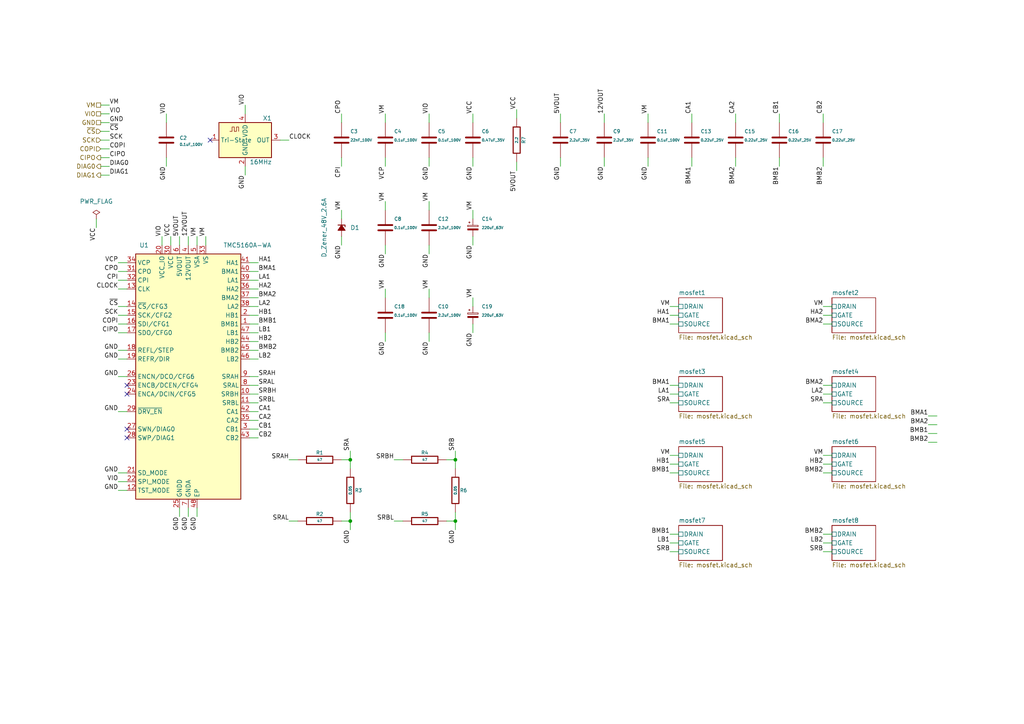
<source format=kicad_sch>
(kicad_sch (version 20230121) (generator eeschema)
  (paper "A4")
  (title_block (title "mouse-joystick-pcb") (date "2024-07-27") (rev "1.0") (company "Peter Polidoro"))
  (lib_symbols
    (symbol "Janelia:CP_220uF_50V_10.3x10.3mm_Hybrid_Antivib" (pin_numbers hide) (pin_names (offset 0.254) hide)
      (property "Reference" "C" (at 0.254 1.778 0))
      (property "Value" "220uF_63V" (at 0 0 0))
      (symbol "CP_220uF_50V_10.3x10.3mm_Hybrid_Antivib_0_1"
        (rectangle (start -1.524 -0.3048) (end 1.524 -0.6858) (fill (type outline)))
        (rectangle (start -1.524 0.6858) (end 1.524 0.3048))
        (polyline (pts (xy -1.27 1.524) (xy -0.762 1.524)))
        (polyline (pts (xy -1.016 1.27) (xy -1.016 1.778)))
      )
      (symbol "CP_220uF_50V_10.3x10.3mm_Hybrid_Antivib_1_1"
        (pin passive line (at 0 2.54 270) (length 1.8542) (name "~") (number "1"))
        (pin passive line (at 0 -2.54 90) (length 1.8542) (name "~") (number "2"))
      )
    )
    (symbol "Janelia:C_0.1uF_100V_0402" (pin_numbers hide) (pin_names (offset 0.254))
      (property "Reference" "C" (at 0 2.54 0))
      (property "Value" "0.1uF_100V" (at 0 0 0))
      (symbol "C_0.1uF_100V_0402_0_1"
        (polyline (pts (xy -2.032 -0.762) (xy 2.032 -0.762)) (stroke (width 0.508)))
        (polyline (pts (xy -2.032 0.762) (xy 2.032 0.762)) (stroke (width 0.508)))
      )
      (symbol "C_0.1uF_100V_0402_1_1"
        (pin passive line (at 0 5.08 270) (length 4.318) (name "~") (number "1"))
        (pin passive line (at 0 -5.08 90) (length 4.318) (name "~") (number "2"))
      )
    )
    (symbol "Janelia:C_0.22uF_25V_0402" (pin_numbers hide) (pin_names (offset 0.254))
      (property "Reference" "C" (at 0 2.54 0))
      (property "Value" "0.22uF_25V" (at 0 0 0))
      (symbol "C_0.22uF_25V_0402_0_1"
        (polyline (pts (xy -2.032 -0.762) (xy 2.032 -0.762)) (stroke (width 0.508)))
        (polyline (pts (xy -2.032 0.762) (xy 2.032 0.762)) (stroke (width 0.508)))
      )
      (symbol "C_0.22uF_25V_0402_1_1"
        (pin passive line (at 0 5.08 270) (length 4.318) (name "~") (number "1"))
        (pin passive line (at 0 -5.08 90) (length 4.318) (name "~") (number "2"))
      )
    )
    (symbol "Janelia:C_0.47uF_35V_0402" (pin_numbers hide) (pin_names (offset 0.254))
      (property "Reference" "C" (at 0 2.54 0))
      (property "Value" "0.47uF_35V" (at 0 0 0))
      (symbol "C_0.47uF_35V_0402_0_1"
        (polyline (pts (xy -2.032 -0.762) (xy 2.032 -0.762)) (stroke (width 0.508)))
        (polyline (pts (xy -2.032 0.762) (xy 2.032 0.762)) (stroke (width 0.508)))
      )
      (symbol "C_0.47uF_35V_0402_1_1"
        (pin passive line (at 0 5.08 270) (length 4.318) (name "~") (number "1"))
        (pin passive line (at 0 -5.08 90) (length 4.318) (name "~") (number "2"))
      )
    )
    (symbol "Janelia:C_2.2uF_100V_0805" (pin_numbers hide) (pin_names (offset 0.254))
      (property "Reference" "C" (at 0 2.54 0))
      (property "Value" "2.2uF_100V" (at 0 0 0))
      (symbol "C_2.2uF_100V_0805_0_1"
        (polyline (pts (xy -2.032 -0.762) (xy 2.032 -0.762)) (stroke (width 0.508)))
        (polyline (pts (xy -2.032 0.762) (xy 2.032 0.762)) (stroke (width 0.508)))
      )
      (symbol "C_2.2uF_100V_0805_1_1"
        (pin passive line (at 0 5.08 270) (length 4.318) (name "~") (number "1"))
        (pin passive line (at 0 -5.08 90) (length 4.318) (name "~") (number "2"))
      )
    )
    (symbol "Janelia:C_2.2uF_35V_0402" (pin_numbers hide) (pin_names (offset 0.254))
      (property "Reference" "C" (at 0 2.54 0))
      (property "Value" "2.2uF_35V" (at 0 0 0))
      (symbol "C_2.2uF_35V_0402_0_1"
        (polyline (pts (xy -2.032 -0.762) (xy 2.032 -0.762)) (stroke (width 0.508)))
        (polyline (pts (xy -2.032 0.762) (xy 2.032 0.762)) (stroke (width 0.508)))
      )
      (symbol "C_2.2uF_35V_0402_1_1"
        (pin passive line (at 0 5.08 270) (length 4.318) (name "~") (number "1"))
        (pin passive line (at 0 -5.08 90) (length 4.318) (name "~") (number "2"))
      )
    )
    (symbol "Janelia:C_22nF_100V_0603" (pin_numbers hide) (pin_names (offset 0.254))
      (property "Reference" "C" (at 0 2.54 0))
      (property "Value" "22nF_100V" (at 0 0 0))
      (symbol "C_22nF_100V_0603_0_1"
        (polyline (pts (xy -2.032 -0.762) (xy 2.032 -0.762)) (stroke (width 0.508)))
        (polyline (pts (xy -2.032 0.762) (xy 2.032 0.762)) (stroke (width 0.508)))
      )
      (symbol "C_22nF_100V_0603_1_1"
        (pin passive line (at 0 5.08 270) (length 4.318) (name "~") (number "1"))
        (pin passive line (at 0 -5.08 90) (length 4.318) (name "~") (number "2"))
      )
    )
    (symbol "Janelia:D_Zener_48V_2.6A" (pin_numbers hide) (pin_names (offset 0.254) hide)
      (property "Reference" "D" (at 0 2.286 0))
      (property "Value" "D_Zener_48V_2.6A" (at 0 -2.286 0))
      (symbol "D_Zener_48V_2.6A_0_1"
        (polyline (pts (xy 0.762 0) (xy -0.762 0)))
        (polyline (pts (xy -0.254 1.016) (xy -0.762 1.016) (xy -0.762 -1.016)) (stroke (width 0.254)))
        (polyline (pts (xy 0.762 1.016) (xy -0.762 0) (xy 0.762 -1.016) (xy 0.762 1.016)) (stroke (width 0.254)) (fill (type outline)))
      )
      (symbol "D_Zener_48V_2.6A_1_1"
        (pin passive line (at -2.54 0 0) (length 1.778) (name "K") (number "1"))
        (pin passive line (at 2.54 0 180) (length 1.778) (name "A") (number "2"))
      )
    )
    (symbol "Janelia:Oscillator_16MHz_ECS-2520S33"
      (property "Reference" "X" (at -5.08 6.35 0))
      (property "Value" "16MHz" (at 1.27 -6.35 0))
      (symbol "Oscillator_16MHz_ECS-2520S33_0_1"
        (rectangle (start -7.62 5.08) (end 7.62 -5.08) (stroke (width 0.254)) (fill (type background)))
        (polyline (pts (xy -4.445 2.54) (xy -3.81 2.54) (xy -3.81 3.81) (xy -3.175 3.81) (xy -3.175 2.54) (xy -2.54 2.54) (xy -2.54 3.81) (xy -1.905 3.81) (xy -1.905 2.54)))
      )
      (symbol "Oscillator_16MHz_ECS-2520S33_1_1"
        (pin input line (at -10.16 0 0) (length 2.54) (name "Tri-State") (number "1"))
        (pin power_in line (at 0 -7.62 90) (length 2.54) (name "GND") (number "2"))
        (pin output line (at 10.16 0 180) (length 2.54) (name "OUT") (number "3"))
        (pin power_in line (at 0 7.62 270) (length 2.54) (name "VDD") (number "4"))
      )
    )
    (symbol "Janelia:R_0.05_3W_2512_CS" (pin_numbers hide) (pin_names (offset 0))
      (property "Reference" "R" (at 2.032 0 90))
      (property "Value" "0.05" (at 0 0 90))
      (symbol "R_0.05_3W_2512_CS_0_1"
        (rectangle (start -1.016 3.81) (end 1.016 -3.81) (stroke (width 0.3048)))
      )
      (symbol "R_0.05_3W_2512_CS_1_1"
        (pin passive line (at 0 6.35 270) (length 2.54) (name "~") (number "1"))
        (pin passive line (at 0 -6.35 90) (length 2.54) (name "~") (number "2"))
      )
    )
    (symbol "Janelia:R_2.2_0402" (pin_numbers hide) (pin_names (offset 0))
      (property "Reference" "R" (at 2.032 0 90))
      (property "Value" "2.2" (at 0 0 90))
      (symbol "R_2.2_0402_0_1"
        (rectangle (start -1.016 3.81) (end 1.016 -3.81) (stroke (width 0.3048)))
      )
      (symbol "R_2.2_0402_1_1"
        (pin passive line (at 0 6.35 270) (length 2.54) (name "~") (number "1"))
        (pin passive line (at 0 -6.35 90) (length 2.54) (name "~") (number "2"))
      )
    )
    (symbol "Janelia:R_47_0.063W_0402" (pin_numbers hide) (pin_names (offset 0))
      (property "Reference" "R" (at 2.032 0 90))
      (property "Value" "47" (at 0 0 90))
      (symbol "R_47_0.063W_0402_0_1"
        (rectangle (start -1.016 3.81) (end 1.016 -3.81) (stroke (width 0.3048)))
      )
      (symbol "R_47_0.063W_0402_1_1"
        (pin passive line (at 0 6.35 270) (length 2.54) (name "~") (number "1"))
        (pin passive line (at 0 -6.35 90) (length 2.54) (name "~") (number "2"))
      )
    )
    (symbol "Janelia:TMC5160A-WA"
      (property "Reference" "U" (at -11.43 38.1 0))
      (property "Value" "TMC5160A-WA" (at 10.16 38.1 0))
      (symbol "TMC5160A-WA_1_0"
        (rectangle (start -15.24 -35.56) (end 15.24 35.56) (stroke (width 0.254)) (fill (type background)))
      )
      (symbol "TMC5160A-WA_1_1"
        (pin passive line (at 17.78 15.24 180) (length 2.54) (name "BMB1") (number "1"))
        (pin passive line (at 17.78 -5.08 180) (length 2.54) (name "SRBH") (number "10"))
        (pin passive line (at 17.78 -7.62 180) (length 2.54) (name "SRBL") (number "11"))
        (pin input line (at -17.78 -33.02 0) (length 2.54) (name "TST_MODE") (number "12"))
        (pin input line (at -17.78 25.4 0) (length 2.54) (name "CLK") (number "13"))
        (pin input line (at -17.78 20.32 0) (length 2.54) (name "~{CS}/CFG3") (number "14"))
        (pin input line (at -17.78 17.78 0) (length 2.54) (name "SCK/CFG2") (number "15"))
        (pin input line (at -17.78 15.24 0) (length 2.54) (name "SDI/CFG1") (number "16"))
        (pin bidirectional line (at -17.78 12.7 0) (length 2.54) (name "SDO/CFG0") (number "17"))
        (pin input line (at -17.78 7.62 0) (length 2.54) (name "REFL/STEP") (number "18"))
        (pin input line (at -17.78 5.08 0) (length 2.54) (name "REFR/DIR") (number "19"))
        (pin output line (at 17.78 17.78 180) (length 2.54) (name "HB1") (number "2"))
        (pin power_in line (at -7.62 38.1 270) (length 2.54) (name "VCC_IO") (number "20"))
        (pin input line (at -17.78 -27.94 0) (length 2.54) (name "SD_MODE") (number "21"))
        (pin input line (at -17.78 -30.48 0) (length 2.54) (name "SPI_MODE") (number "22"))
        (pin input line (at -17.78 -2.54 0) (length 2.54) (name "ENCB/DCEN/CFG4") (number "23"))
        (pin input line (at -17.78 -5.08 0) (length 2.54) (name "ENCA/DCIN/CFG5") (number "24"))
        (pin power_in line (at -2.54 -38.1 90) (length 2.54) (name "GNDD") (number "25"))
        (pin bidirectional line (at -17.78 0 0) (length 2.54) (name "ENCN/DCO/CFG6") (number "26"))
        (pin bidirectional line (at -17.78 -15.24 0) (length 2.54) (name "SWN/DIAG0") (number "27"))
        (pin bidirectional line (at -17.78 -17.78 0) (length 2.54) (name "SWP/DIAG1") (number "28"))
        (pin input line (at -17.78 -10.16 0) (length 2.54) (name "~{DRV_EN}") (number "29"))
        (pin passive line (at 17.78 -15.24 180) (length 2.54) (name "CB1") (number "3"))
        (pin power_in line (at -5.08 38.1 270) (length 2.54) (name "VCC") (number "30"))
        (pin passive line (at -17.78 30.48 0) (length 2.54) (name "CPO") (number "31"))
        (pin passive line (at -17.78 27.94 0) (length 2.54) (name "CPI") (number "32"))
        (pin power_in line (at 5.08 38.1 270) (length 2.54) (name "VS") (number "33"))
        (pin passive line (at -17.78 33.02 0) (length 2.54) (name "VCP") (number "34"))
        (pin passive line (at 17.78 -12.7 180) (length 2.54) (name "CA2") (number "35"))
        (pin output line (at 17.78 25.4 180) (length 2.54) (name "HA2") (number "36"))
        (pin passive line (at 17.78 22.86 180) (length 2.54) (name "BMA2") (number "37"))
        (pin output line (at 17.78 20.32 180) (length 2.54) (name "LA2") (number "38"))
        (pin output line (at 17.78 27.94 180) (length 2.54) (name "LA1") (number "39"))
        (pin power_out line (at 0 38.1 270) (length 2.54) (name "12VOUT") (number "4"))
        (pin passive line (at 17.78 30.48 180) (length 2.54) (name "BMA1") (number "40"))
        (pin output line (at 17.78 33.02 180) (length 2.54) (name "HA1") (number "41"))
        (pin passive line (at 17.78 -10.16 180) (length 2.54) (name "CA1") (number "42"))
        (pin passive line (at 17.78 -17.78 180) (length 2.54) (name "CB2") (number "43"))
        (pin output line (at 17.78 10.16 180) (length 2.54) (name "HB2") (number "44"))
        (pin passive line (at 17.78 7.62 180) (length 2.54) (name "BMB2") (number "45"))
        (pin output line (at 17.78 5.08 180) (length 2.54) (name "LB2") (number "46"))
        (pin output line (at 17.78 12.7 180) (length 2.54) (name "LB1") (number "47"))
        (pin power_in line (at 2.54 -38.1 90) (length 2.54) (name "EP") (number "48"))
        (pin power_in line (at 2.54 38.1 270) (length 2.54) (name "VSA") (number "5"))
        (pin power_out line (at -2.54 38.1 270) (length 2.54) (name "5VOUT") (number "6"))
        (pin power_in line (at 0 -38.1 90) (length 2.54) (name "GNDA") (number "7"))
        (pin passive line (at 17.78 -2.54 180) (length 2.54) (name "SRAL") (number "8"))
        (pin passive line (at 17.78 0 180) (length 2.54) (name "SRAH") (number "9"))
      )
    )
    (symbol "power:PWR_FLAG" (power) (pin_numbers hide) (pin_names (offset 0) hide)
      (property "Value" "PWR_FLAG" (at 0 3.81 0))
      (symbol "PWR_FLAG_0_0"
        (pin power_out line (at 0 0 90) (length 0) (name "pwr") (number "1"))
      )
      (symbol "PWR_FLAG_0_1"
        (polyline (pts (xy 0 0) (xy 0 1.27) (xy -1.016 1.905) (xy 0 2.54) (xy 1.016 1.905) (xy 0 1.27)))
      )
    )
  )
  (junction (at 101.6 133.35))
  (junction (at 132.08 151.13))
  (junction (at 132.08 133.35))
  (junction (at 101.6 151.13))
  (no_connect (at 36.83 114.3))
  (no_connect (at 60.96 40.64))
  (no_connect (at 36.83 111.76))
  (no_connect (at 36.83 124.46))
  (no_connect (at 36.83 127))
  (wire (pts (xy 194.31 132.08) (xy 196.85 132.08)))
  (wire (pts (xy 72.39 93.98) (xy 74.93 93.98)))
  (wire (pts (xy 238.76 93.98) (xy 241.3 93.98)))
  (wire (pts (xy 59.69 71.12) (xy 59.69 68.58)))
  (wire (pts (xy 101.6 135.89) (xy 101.6 133.35)))
  (wire (pts (xy 238.76 134.62) (xy 241.3 134.62)))
  (wire (pts (xy 72.39 88.9) (xy 74.93 88.9)))
  (wire (pts (xy 72.39 114.3) (xy 74.93 114.3)))
  (wire (pts (xy 124.46 86.36) (xy 124.46 83.82)))
  (wire (pts (xy 54.61 147.32) (xy 54.61 149.86)))
  (wire (pts (xy 194.31 160.02) (xy 196.85 160.02)))
  (wire (pts (xy 194.31 134.62) (xy 196.85 134.62)))
  (wire (pts (xy 111.76 35.56) (xy 111.76 33.02)))
  (wire (pts (xy 29.21 35.56) (xy 31.75 35.56)))
  (wire (pts (xy 137.16 88.9) (xy 137.16 86.36)))
  (wire (pts (xy 72.39 81.28) (xy 74.93 81.28)))
  (wire (pts (xy 194.31 116.84) (xy 196.85 116.84)))
  (wire (pts (xy 194.31 111.76) (xy 196.85 111.76)))
  (wire (pts (xy 29.21 50.8) (xy 31.75 50.8)))
  (wire (pts (xy 36.83 109.22) (xy 34.29 109.22)))
  (wire (pts (xy 111.76 86.36) (xy 111.76 83.82)))
  (wire (pts (xy 124.46 71.12) (xy 124.46 73.66)))
  (wire (pts (xy 238.76 137.16) (xy 241.3 137.16)))
  (wire (pts (xy 101.6 151.13) (xy 101.6 153.67)))
  (wire (pts (xy 124.46 35.56) (xy 124.46 33.02)))
  (wire (pts (xy 269.24 123.19) (xy 271.78 123.19)))
  (wire (pts (xy 111.76 96.52) (xy 111.76 99.06)))
  (wire (pts (xy 27.94 63.5) (xy 27.94 66.04)))
  (wire (pts (xy 194.31 93.98) (xy 196.85 93.98)))
  (wire (pts (xy 175.26 45.72) (xy 175.26 48.26)))
  (wire (pts (xy 29.21 48.26) (xy 31.75 48.26)))
  (wire (pts (xy 72.39 76.2) (xy 74.93 76.2)))
  (wire (pts (xy 72.39 109.22) (xy 74.93 109.22)))
  (wire (pts (xy 129.54 151.13) (xy 132.08 151.13)))
  (wire (pts (xy 99.06 133.35) (xy 101.6 133.35)))
  (wire (pts (xy 162.56 35.56) (xy 162.56 33.02)))
  (wire (pts (xy 29.21 43.18) (xy 31.75 43.18)))
  (wire (pts (xy 36.83 81.28) (xy 34.29 81.28)))
  (wire (pts (xy 238.76 116.84) (xy 241.3 116.84)))
  (wire (pts (xy 52.07 147.32) (xy 52.07 149.86)))
  (wire (pts (xy 36.83 83.82) (xy 34.29 83.82)))
  (wire (pts (xy 162.56 45.72) (xy 162.56 48.26)))
  (wire (pts (xy 194.31 88.9) (xy 196.85 88.9)))
  (wire (pts (xy 46.99 71.12) (xy 46.99 68.58)))
  (wire (pts (xy 132.08 135.89) (xy 132.08 133.35)))
  (wire (pts (xy 54.61 71.12) (xy 54.61 68.58)))
  (wire (pts (xy 36.83 142.24) (xy 34.29 142.24)))
  (wire (pts (xy 29.21 38.1) (xy 31.75 38.1)))
  (wire (pts (xy 72.39 91.44) (xy 74.93 91.44)))
  (wire (pts (xy 99.06 63.5) (xy 99.06 60.96)))
  (wire (pts (xy 71.12 33.02) (xy 71.12 30.48)))
  (wire (pts (xy 132.08 151.13) (xy 132.08 153.67)))
  (wire (pts (xy 194.31 114.3) (xy 196.85 114.3)))
  (wire (pts (xy 36.83 104.14) (xy 34.29 104.14)))
  (wire (pts (xy 36.83 137.16) (xy 34.29 137.16)))
  (wire (pts (xy 101.6 133.35) (xy 101.6 130.81)))
  (wire (pts (xy 132.08 148.59) (xy 132.08 151.13)))
  (wire (pts (xy 72.39 101.6) (xy 74.93 101.6)))
  (wire (pts (xy 72.39 121.92) (xy 74.93 121.92)))
  (wire (pts (xy 72.39 111.76) (xy 74.93 111.76)))
  (wire (pts (xy 238.76 157.48) (xy 241.3 157.48)))
  (wire (pts (xy 129.54 133.35) (xy 132.08 133.35)))
  (wire (pts (xy 101.6 148.59) (xy 101.6 151.13)))
  (wire (pts (xy 72.39 78.74) (xy 74.93 78.74)))
  (wire (pts (xy 81.28 40.64) (xy 83.82 40.64)))
  (wire (pts (xy 48.26 35.56) (xy 48.26 33.02)))
  (wire (pts (xy 71.12 48.26) (xy 71.12 50.8)))
  (wire (pts (xy 99.06 35.56) (xy 99.06 33.02)))
  (wire (pts (xy 213.36 35.56) (xy 213.36 33.02)))
  (wire (pts (xy 238.76 114.3) (xy 241.3 114.3)))
  (wire (pts (xy 36.83 119.38) (xy 34.29 119.38)))
  (wire (pts (xy 132.08 133.35) (xy 132.08 130.81)))
  (wire (pts (xy 72.39 127) (xy 74.93 127)))
  (wire (pts (xy 111.76 60.96) (xy 111.76 58.42)))
  (wire (pts (xy 72.39 119.38) (xy 74.93 119.38)))
  (wire (pts (xy 36.83 76.2) (xy 34.29 76.2)))
  (wire (pts (xy 29.21 45.72) (xy 31.75 45.72)))
  (wire (pts (xy 137.16 68.58) (xy 137.16 71.12)))
  (wire (pts (xy 99.06 45.72) (xy 99.06 48.26)))
  (wire (pts (xy 111.76 71.12) (xy 111.76 73.66)))
  (wire (pts (xy 86.36 133.35) (xy 83.82 133.35)))
  (wire (pts (xy 72.39 124.46) (xy 74.93 124.46)))
  (wire (pts (xy 238.76 88.9) (xy 241.3 88.9)))
  (wire (pts (xy 194.31 91.44) (xy 196.85 91.44)))
  (wire (pts (xy 194.31 154.94) (xy 196.85 154.94)))
  (wire (pts (xy 57.15 71.12) (xy 57.15 68.58)))
  (wire (pts (xy 57.15 147.32) (xy 57.15 149.86)))
  (wire (pts (xy 36.83 93.98) (xy 34.29 93.98)))
  (wire (pts (xy 226.06 35.56) (xy 226.06 33.02)))
  (wire (pts (xy 116.84 133.35) (xy 114.3 133.35)))
  (wire (pts (xy 29.21 30.48) (xy 31.75 30.48)))
  (wire (pts (xy 124.46 96.52) (xy 124.46 99.06)))
  (wire (pts (xy 238.76 91.44) (xy 241.3 91.44)))
  (wire (pts (xy 149.86 34.29) (xy 149.86 31.75)))
  (wire (pts (xy 226.06 48.26) (xy 226.06 45.72)))
  (wire (pts (xy 238.76 48.26) (xy 238.76 45.72)))
  (wire (pts (xy 149.86 46.99) (xy 149.86 49.53)))
  (wire (pts (xy 99.06 151.13) (xy 101.6 151.13)))
  (wire (pts (xy 238.76 132.08) (xy 241.3 132.08)))
  (wire (pts (xy 99.06 68.58) (xy 99.06 71.12)))
  (wire (pts (xy 36.83 101.6) (xy 34.29 101.6)))
  (wire (pts (xy 36.83 91.44) (xy 34.29 91.44)))
  (wire (pts (xy 137.16 93.98) (xy 137.16 96.52)))
  (wire (pts (xy 137.16 63.5) (xy 137.16 60.96)))
  (wire (pts (xy 175.26 35.56) (xy 175.26 33.02)))
  (wire (pts (xy 36.83 78.74) (xy 34.29 78.74)))
  (wire (pts (xy 72.39 104.14) (xy 74.93 104.14)))
  (wire (pts (xy 48.26 45.72) (xy 48.26 48.26)))
  (wire (pts (xy 36.83 88.9) (xy 34.29 88.9)))
  (wire (pts (xy 72.39 83.82) (xy 74.93 83.82)))
  (wire (pts (xy 72.39 99.06) (xy 74.93 99.06)))
  (wire (pts (xy 36.83 139.7) (xy 34.29 139.7)))
  (wire (pts (xy 269.24 120.65) (xy 271.78 120.65)))
  (wire (pts (xy 187.96 35.56) (xy 187.96 33.02)))
  (wire (pts (xy 36.83 96.52) (xy 34.29 96.52)))
  (wire (pts (xy 187.96 45.72) (xy 187.96 48.26)))
  (wire (pts (xy 111.76 45.72) (xy 111.76 48.26)))
  (wire (pts (xy 124.46 45.72) (xy 124.46 48.26)))
  (wire (pts (xy 72.39 86.36) (xy 74.93 86.36)))
  (wire (pts (xy 116.84 151.13) (xy 114.3 151.13)))
  (wire (pts (xy 137.16 45.72) (xy 137.16 48.26)))
  (wire (pts (xy 137.16 35.56) (xy 137.16 33.02)))
  (wire (pts (xy 29.21 40.64) (xy 31.75 40.64)))
  (wire (pts (xy 269.24 128.27) (xy 271.78 128.27)))
  (wire (pts (xy 200.66 48.26) (xy 200.66 45.72)))
  (wire (pts (xy 52.07 71.12) (xy 52.07 68.58)))
  (wire (pts (xy 124.46 60.96) (xy 124.46 58.42)))
  (wire (pts (xy 29.21 33.02) (xy 31.75 33.02)))
  (wire (pts (xy 49.53 71.12) (xy 49.53 68.58)))
  (wire (pts (xy 72.39 96.52) (xy 74.93 96.52)))
  (wire (pts (xy 213.36 48.26) (xy 213.36 45.72)))
  (wire (pts (xy 238.76 35.56) (xy 238.76 33.02)))
  (wire (pts (xy 194.31 157.48) (xy 196.85 157.48)))
  (wire (pts (xy 238.76 111.76) (xy 241.3 111.76)))
  (wire (pts (xy 200.66 35.56) (xy 200.66 33.02)))
  (wire (pts (xy 238.76 160.02) (xy 241.3 160.02)))
  (wire (pts (xy 86.36 151.13) (xy 83.82 151.13)))
  (wire (pts (xy 238.76 154.94) (xy 241.3 154.94)))
  (wire (pts (xy 269.24 125.73) (xy 271.78 125.73)))
  (wire (pts (xy 72.39 116.84) (xy 74.93 116.84)))
  (wire (pts (xy 194.31 137.16) (xy 196.85 137.16)))
  (label "VIO" (at 71.12 30.48 90))
  (label "SRBL" (at 114.3 151.13 180))
  (label "BMB1" (at 226.06 48.26 270))
  (label "HB2" (at 238.76 134.62 180))
  (label "SCK" (at 34.29 91.44 180))
  (label "VM" (at 59.69 68.58 90))
  (label "VIO" (at 48.26 33.02 90))
  (label "SRAH" (at 83.82 133.35 180))
  (label "GND" (at 137.16 71.12 270))
  (label "BMA1" (at 200.66 48.26 270))
  (label "GND" (at 34.29 104.14 180))
  (label "GND" (at 34.29 137.16 180))
  (label "CB2" (at 238.76 33.02 90))
  (label "BMA2" (at 74.93 86.36 0))
  (label "BMA1" (at 269.24 120.65 180))
  (label "VCC" (at 137.16 33.02 90))
  (label "VM" (at 99.06 60.96 90))
  (label "SRB" (at 238.76 160.02 180))
  (label "CB1" (at 226.06 33.02 90))
  (label "SRA" (at 238.76 116.84 180))
  (label "VIO" (at 31.75 33.02 0))
  (label "VCC" (at 149.86 31.75 90))
  (label "SRBH" (at 74.93 114.3 0))
  (label "VM" (at 137.16 60.96 90))
  (label "BMB1" (at 194.31 137.16 180))
  (label "LA1" (at 194.31 114.3 180))
  (label "CB1" (at 74.93 124.46 0))
  (label "VM" (at 137.16 86.36 90))
  (label "GND" (at 34.29 142.24 180))
  (label "GND" (at 124.46 99.06 270))
  (label "GND" (at 99.06 71.12 270))
  (label "BMB1" (at 194.31 154.94 180))
  (label "GND" (at 124.46 73.66 270))
  (label "GND" (at 132.08 153.67 270))
  (label "COPI" (at 34.29 93.98 180))
  (label "BMA2" (at 213.36 48.26 270))
  (label "VM" (at 194.31 88.9 180))
  (label "BMA1" (at 194.31 111.76 180))
  (label "GND" (at 34.29 119.38 180))
  (label "LB2" (at 74.93 104.14 0))
  (label "CIPO" (at 34.29 96.52 180))
  (label "LB1" (at 74.93 96.52 0))
  (label "VM" (at 57.15 68.58 90))
  (label "LA2" (at 238.76 114.3 180))
  (label "~{CS}" (at 34.29 88.9 180))
  (label "VM" (at 194.31 132.08 180))
  (label "5VOUT" (at 149.86 49.53 270))
  (label "BMA1" (at 194.31 93.98 180))
  (label "GND" (at 34.29 109.22 180))
  (label "CA2" (at 213.36 33.02 90))
  (label "GND" (at 101.6 153.67 270))
  (label "CIPO" (at 31.75 45.72 0))
  (label "CPI" (at 99.06 48.26 270))
  (label "BMB2" (at 238.76 48.26 270))
  (label "VM" (at 31.75 30.48 0))
  (label "GND" (at 175.26 48.26 270))
  (label "SRBL" (at 74.93 116.84 0))
  (label "GND" (at 54.61 149.86 270))
  (label "GND" (at 187.96 48.26 270))
  (label "SRAL" (at 74.93 111.76 0))
  (label "12VOUT" (at 175.26 33.02 90))
  (label "COPI" (at 31.75 43.18 0))
  (label "BMA2" (at 269.24 123.19 180))
  (label "SRAH" (at 74.93 109.22 0))
  (label "HA1" (at 194.31 91.44 180))
  (label "GND" (at 111.76 73.66 270))
  (label "GND" (at 162.56 48.26 270))
  (label "BMB1" (at 269.24 125.73 180))
  (label "DIAG1" (at 31.75 50.8 0))
  (label "VM" (at 238.76 132.08 180))
  (label "CA2" (at 74.93 121.92 0))
  (label "SRA" (at 194.31 116.84 180))
  (label "SRB" (at 132.08 130.81 90))
  (label "HB2" (at 74.93 99.06 0))
  (label "GND" (at 48.26 48.26 270))
  (label "GND" (at 71.12 50.8 270))
  (label "DIAG0" (at 31.75 48.26 0))
  (label "VIO" (at 124.46 33.02 90))
  (label "LB1" (at 194.31 157.48 180))
  (label "HB1" (at 74.93 91.44 0))
  (label "BMB1" (at 74.93 93.98 0))
  (label "BMB2" (at 74.93 101.6 0))
  (label "VCC" (at 49.53 68.58 90))
  (label "VM" (at 111.76 58.42 90))
  (label "VM" (at 124.46 58.42 90))
  (label "VM" (at 111.76 33.02 90))
  (label "VIO" (at 34.29 139.7 180))
  (label "CPO" (at 99.06 33.02 90))
  (label "~{CS}" (at 31.75 38.1 0))
  (label "VCC" (at 27.94 66.04 270))
  (label "CA1" (at 74.93 119.38 0))
  (label "VM" (at 124.46 83.82 90))
  (label "BMA2" (at 238.76 111.76 180))
  (label "GND" (at 57.15 149.86 270))
  (label "VM" (at 111.76 83.82 90))
  (label "BMB2" (at 238.76 154.94 180))
  (label "BMA2" (at 238.76 93.98 180))
  (label "GND" (at 31.75 35.56 0))
  (label "BMA1" (at 74.93 78.74 0))
  (label "GND" (at 111.76 99.06 270))
  (label "HA1" (at 74.93 76.2 0))
  (label "BMB2" (at 238.76 137.16 180))
  (label "SRB" (at 194.31 160.02 180))
  (label "LA1" (at 74.93 81.28 0))
  (label "SRAL" (at 83.82 151.13 180))
  (label "SCK" (at 31.75 40.64 0))
  (label "CA1" (at 200.66 33.02 90))
  (label "CPO" (at 34.29 78.74 180))
  (label "12VOUT" (at 54.61 68.58 90))
  (label "GND" (at 124.46 48.26 270))
  (label "VM" (at 238.76 88.9 180))
  (label "CB2" (at 74.93 127 0))
  (label "GND" (at 34.29 101.6 180))
  (label "CLOCK" (at 34.29 83.82 180))
  (label "HB1" (at 194.31 134.62 180))
  (label "HA2" (at 74.93 83.82 0))
  (label "5VOUT" (at 52.07 68.58 90))
  (label "CLOCK" (at 83.82 40.64 0))
  (label "GND" (at 137.16 48.26 270))
  (label "VIO" (at 46.99 68.58 90))
  (label "VCP" (at 111.76 48.26 270))
  (label "BMB2" (at 269.24 128.27 180))
  (label "LB2" (at 238.76 157.48 180))
  (label "GND" (at 137.16 96.52 270))
  (label "VCP" (at 34.29 76.2 180))
  (label "LA2" (at 74.93 88.9 0))
  (label "VM" (at 187.96 33.02 90))
  (label "GND" (at 52.07 149.86 270))
  (label "CPI" (at 34.29 81.28 180))
  (label "HA2" (at 238.76 91.44 180))
  (label "SRA" (at 101.6 130.81 90))
  (label "5VOUT" (at 162.56 33.02 90))
  (label "SRBH" (at 114.3 133.35 180))
  (hierarchical_label "DIAG0" (shape output) (at 29.21 48.26 180))
  (hierarchical_label "VIO" (shape passive) (at 29.21 33.02 180))
  (hierarchical_label "DIAG1" (shape output) (at 29.21 50.8 180))
  (hierarchical_label "VM" (shape passive) (at 29.21 30.48 180))
  (hierarchical_label "CIPO" (shape output) (at 29.21 45.72 180))
  (hierarchical_label "COPI" (shape input) (at 29.21 43.18 180))
  (hierarchical_label "GND" (shape passive) (at 29.21 35.56 180))
  (hierarchical_label "~{CS}" (shape input) (at 29.21 38.1 180))
  (hierarchical_label "SCK" (shape input) (at 29.21 40.64 180))
  (symbol (lib_id "Janelia:CP_220uF_50V_10.3x10.3mm_Hybrid_Antivib") (at 137.16 91.44 0) (unit 1)
    (property "Reference" "C19" (at 139.7 88.9 0) (effects (font (size 1.016 1.016)) (justify left)))
    (property "Value" "220uF_63V" (at 139.7 91.44 0) (effects (font (size 0.762 0.762)) (justify left)))
    (property "Footprint" "Janelia:CP_Hybrid_EEHZS1H221V" (effects hide))
    (property "Vendor" "Digi-Key" (effects hide))
    (property "Vendor Part Number" "P124108CT-ND" (effects hide))
    (property "Synopsis" "CAP ALUM HYB 220UF 20% 50V SMD" (effects hide))
    (property "Manufacturer" "Panasonic Electronic Components" (effects hide))
    (property "Manufacturer Part Number" "EEH-ZS1H221V" (effects hide))
    (property "LCSC" "C454279" (effects hide))
    (property "Package" "SMD_D10xL16.8mm" (effects hide))
  )
  (symbol (lib_id "Janelia:C_0.22uF_25V_0402") (at 226.06 40.64 0) (unit 1)
    (property "Reference" "C16" (at 228.6 38.1 0) (effects (font (size 1.016 1.016)) (justify left)))
    (property "Value" "0.22uF_25V" (at 228.6 40.64 0) (effects (font (size 0.762 0.762)) (justify left)))
    (property "Footprint" "Janelia:C_0402_1005Metric" (effects hide))
    (property "Vendor" "Digi-Key" (effects hide))
    (property "Vendor Part Number" "490-12245-1-ND" (effects hide))
    (property "Manufacturer" "Murata Electronics" (effects hide))
    (property "Manufacturer Part Number" "GRT155C81E224KE01D" (effects hide))
    (property "Package" "0402" (effects hide))
    (property "Synopsis" "CAP CER 0.22UF 25V X6S" (effects hide))
    (property "LCSC" "C126623" (effects hide))
  )
  (symbol (lib_id "Janelia:R_47_0.063W_0402") (at 92.71 151.13 90) (unit 1)
    (property "Reference" "R2" (at 92.71 149.098 90) (effects (font (size 1.016 1.016))))
    (property "Value" "47" (at 92.71 151.13 90) (effects (font (size 0.762 0.762))))
    (property "Footprint" "Janelia:R_0402_1005Metric" (effects hide))
    (property "Vendor" "Digi-Key" (effects hide))
    (property "Vendor Part Number" "RMCF0402FT47R0CT-ND" (effects hide))
    (property "Package" "0402" (effects hide))
    (property "Manufacturer" "Stackpole Electronics Inc" (effects hide))
    (property "Manufacturer Part Number" "RMCF0402FT47R0" (effects hide))
    (property "Synopsis" "RES 47 OHM 1% 1/16W" (effects hide))
    (property "LCSC" "C2479306" (effects hide))
  )
  (symbol (lib_id "Janelia:C_0.1uF_100V_0402") (at 187.96 40.64 0) (unit 1)
    (property "Reference" "C11" (at 190.5 38.1 0) (effects (font (size 1.016 1.016)) (justify left)))
    (property "Value" "0.1uF_100V" (at 190.5 40.64 0) (effects (font (size 0.762 0.762)) (justify left)))
    (property "Footprint" "Janelia:C_0402_1005Metric" (effects hide))
    (property "Vendor" "Digi-Key" (effects hide))
    (property "Vendor Part Number" "490-10458-1-ND" (effects hide))
    (property "Manufacturer" "Murata Electronics" (effects hide))
    (property "Manufacturer Part Number" "GRM155R62A104KE14D" (effects hide))
    (property "Package" "0402" (effects hide))
    (property "Synopsis" "CAP CER 0.1UF 100V X5R" (effects hide))
    (property "LCSC" "C162178" (effects hide))
  )
  (symbol (lib_id "Janelia:C_0.1uF_100V_0402") (at 111.76 91.44 0) (unit 1)
    (property "Reference" "C18" (at 114.3 88.9 0) (effects (font (size 1.016 1.016)) (justify left)))
    (property "Value" "0.1uF_100V" (at 114.3 91.44 0) (effects (font (size 0.762 0.762)) (justify left)))
    (property "Footprint" "Janelia:C_0402_1005Metric" (effects hide))
    (property "Vendor" "Digi-Key" (effects hide))
    (property "Vendor Part Number" "490-10458-1-ND" (effects hide))
    (property "Manufacturer" "Murata Electronics" (effects hide))
    (property "Manufacturer Part Number" "GRM155R62A104KE14D" (effects hide))
    (property "Package" "0402" (effects hide))
    (property "Synopsis" "CAP CER 0.1UF 100V X5R" (effects hide))
    (property "LCSC" "C162178" (effects hide))
  )
  (symbol (lib_id "Janelia:R_0.05_3W_2512_CS") (at 132.08 142.24 0) (unit 1)
    (property "Reference" "R6" (at 133.35 142.24 0) (effects (font (size 1.016 1.016)) (justify left)))
    (property "Value" "0.05" (at 132.08 142.24 90) (effects (font (size 0.762 0.762))))
    (property "Footprint" "Janelia:R_2512_6332Metric" (effects hide))
    (property "Vendor" "JLCPCB" (effects hide))
    (property "Vendor Part Number" "C87221" (effects hide))
    (property "Synopsis" "3W 50m Surface Mount Current Sensing Resistor" (effects hide))
    (property "Package" "2512" (effects hide))
    (property "Manufacturer" "SUP" (effects hide))
    (property "Manufacturer Part Number" "MRD6432(2512)LR050FTR" (effects hide))
    (property "LCSC" "C87221" (effects hide))
  )
  (symbol (lib_id "Janelia:C_0.22uF_25V_0402") (at 200.66 40.64 0) (unit 1)
    (property "Reference" "C13" (at 203.2 38.1 0) (effects (font (size 1.016 1.016)) (justify left)))
    (property "Value" "0.22uF_25V" (at 203.2 40.64 0) (effects (font (size 0.762 0.762)) (justify left)))
    (property "Footprint" "Janelia:C_0402_1005Metric" (effects hide))
    (property "Vendor" "Digi-Key" (effects hide))
    (property "Vendor Part Number" "490-12245-1-ND" (effects hide))
    (property "Manufacturer" "Murata Electronics" (effects hide))
    (property "Manufacturer Part Number" "GRT155C81E224KE01D" (effects hide))
    (property "Package" "0402" (effects hide))
    (property "Synopsis" "CAP CER 0.22UF 25V X6S" (effects hide))
    (property "LCSC" "C126623" (effects hide))
  )
  (symbol (lib_id "Janelia:C_2.2uF_35V_0402") (at 162.56 40.64 0) (unit 1)
    (property "Reference" "C7" (at 165.1 38.1 0) (effects (font (size 1.016 1.016)) (justify left)))
    (property "Value" "2.2uF_35V" (at 165.1 40.64 0) (effects (font (size 0.762 0.762)) (justify left)))
    (property "Footprint" "Janelia:C_0402_1005Metric" (effects hide))
    (property "Vendor" "Digi-Key" (effects hide))
    (property "Vendor Part Number" "445-9028-1-ND" (effects hide))
    (property "Package" "0402" (effects hide))
    (property "Manufacturer" "TDK Corporation" (effects hide))
    (property "Manufacturer Part Number" "C1005X5R1V225K050BC" (effects hide))
    (property "Synopsis" "CAP CER 2.2UF 35V X5R" (effects hide))
    (property "LCSC" "C2167643" (effects hide))
  )
  (symbol (lib_id "Janelia:C_0.1uF_100V_0402") (at 48.26 40.64 0) (unit 1)
    (property "Reference" "C2" (at 52.07 40.005 0) (effects (font (size 1.016 1.016)) (justify left)))
    (property "Value" "0.1uF_100V" (at 52.07 41.9099 0) (effects (font (size 0.762 0.762)) (justify left)))
    (property "Footprint" "Janelia:C_0402_1005Metric" (effects hide))
    (property "Vendor" "Digi-Key" (effects hide))
    (property "Vendor Part Number" "490-10458-1-ND" (effects hide))
    (property "Manufacturer" "Murata Electronics" (effects hide))
    (property "Manufacturer Part Number" "GRM155R62A104KE14D" (effects hide))
    (property "Package" "0402" (effects hide))
    (property "Synopsis" "CAP CER 0.1UF 100V X5R" (effects hide))
    (property "LCSC" "C162178" (effects hide))
  )
  (symbol (lib_id "Janelia:C_0.22uF_25V_0402") (at 213.36 40.64 0) (unit 1)
    (property "Reference" "C15" (at 215.9 38.1 0) (effects (font (size 1.016 1.016)) (justify left)))
    (property "Value" "0.22uF_25V" (at 215.9 40.64 0) (effects (font (size 0.762 0.762)) (justify left)))
    (property "Footprint" "Janelia:C_0402_1005Metric" (effects hide))
    (property "Vendor" "Digi-Key" (effects hide))
    (property "Vendor Part Number" "490-12245-1-ND" (effects hide))
    (property "Manufacturer" "Murata Electronics" (effects hide))
    (property "Manufacturer Part Number" "GRT155C81E224KE01D" (effects hide))
    (property "Package" "0402" (effects hide))
    (property "Synopsis" "CAP CER 0.22UF 25V X6S" (effects hide))
    (property "LCSC" "C126623" (effects hide))
  )
  (symbol (lib_id "Janelia:C_0.1uF_100V_0402") (at 111.76 66.04 0) (unit 1)
    (property "Reference" "C8" (at 114.3 63.5 0) (effects (font (size 1.016 1.016)) (justify left)))
    (property "Value" "0.1uF_100V" (at 114.3 66.04 0) (effects (font (size 0.762 0.762)) (justify left)))
    (property "Footprint" "Janelia:C_0402_1005Metric" (effects hide))
    (property "Vendor" "Digi-Key" (effects hide))
    (property "Vendor Part Number" "490-10458-1-ND" (effects hide))
    (property "Manufacturer" "Murata Electronics" (effects hide))
    (property "Manufacturer Part Number" "GRM155R62A104KE14D" (effects hide))
    (property "Package" "0402" (effects hide))
    (property "Synopsis" "CAP CER 0.1UF 100V X5R" (effects hide))
    (property "LCSC" "C162178" (effects hide))
  )
  (symbol (lib_id "Janelia:TMC5160A-WA") (at 54.61 109.22 0) (unit 1)
    (property "Reference" "U1" (at 43.18 71.12 0) (effects (justify right)))
    (property "Value" "TMC5160A-WA" (at 64.77 71.12 0) (effects (justify left)))
    (property "Footprint" "Janelia:21-100593_ADI" (effects hide))
    (property "Datasheet" "https://www.analog.com/media/en/technical-documentation/data-sheets/TMC5160A_datasheet_rev1.18.pdf" (effects hide))
    (property "Package" "QFN-56-EP(8x8)" (effects hide))
    (property "Manufacturer" "Analog Devices Inc." (effects hide))
    (property "Manufacturer Part Number" "TMC5160A-WA" (effects hide))
    (property "Vendor" "Digi-Key" (effects hide))
    (property "Vendor Part Number" "505-TMC5160A-WA-ND" (effects hide))
    (property "Synopsis" "IC MTR DRVR BIPOLAR 8-60V" (effects hide))
    (property "LCSC" "C1161714" (effects hide))
  )
  (symbol (lib_id "Janelia:C_22nF_100V_0603") (at 99.06 40.64 0) (unit 1)
    (property "Reference" "C3" (at 101.6 38.1 0) (effects (font (size 1.016 1.016)) (justify left)))
    (property "Value" "22nF_100V" (at 101.6 40.64 0) (effects (font (size 0.762 0.762)) (justify left)))
    (property "Footprint" "Janelia:C_0603_1608Metric" (effects hide))
    (property "Vendor" "Digi-Key" (effects hide))
    (property "Vendor Part Number" "490-4782-1-ND" (effects hide))
    (property "Manufacturer" "Murata Electronics" (effects hide))
    (property "Manufacturer Part Number" "GCM188R72A223KA37D" (effects hide))
    (property "Package" "0603" (effects hide))
    (property "Synopsis" "CAP CER 0.022UF 100V X7R" (effects hide))
    (property "LCSC" "C161234" (effects hide))
  )
  (symbol (lib_id "Janelia:C_2.2uF_100V_0805") (at 124.46 66.04 0) (unit 1)
    (property "Reference" "C12" (at 127 63.5 0) (effects (font (size 1.016 1.016)) (justify left)))
    (property "Value" "2.2uF_100V" (at 127 66.04 0) (effects (font (size 0.762 0.762)) (justify left)))
    (property "Footprint" "Janelia:C_0805_2012Metric" (effects hide))
    (property "Vendor" "Digi-Key" (effects hide))
    (property "Vendor Part Number" "490-GRM21BD72A225KE01LCT-ND" (effects hide))
    (property "Package" "0805" (effects hide))
    (property "Manufacturer" "Murata Electronics" (effects hide))
    (property "Manufacturer Part Number" "GRM21BD72A225KE01L" (effects hide))
    (property "Synopsis" "CAP CER 2.2UF 100V X7T 0805" (effects hide))
    (property "LCSC" "C2981733" (effects hide))
  )
  (symbol (lib_id "Janelia:R_47_0.063W_0402") (at 92.71 133.35 90) (unit 1)
    (property "Reference" "R1" (at 92.71 131.318 90) (effects (font (size 1.016 1.016))))
    (property "Value" "47" (at 92.71 133.35 90) (effects (font (size 0.762 0.762))))
    (property "Footprint" "Janelia:R_0402_1005Metric" (effects hide))
    (property "Vendor" "Digi-Key" (effects hide))
    (property "Vendor Part Number" "RMCF0402FT47R0CT-ND" (effects hide))
    (property "Package" "0402" (effects hide))
    (property "Manufacturer" "Stackpole Electronics Inc" (effects hide))
    (property "Manufacturer Part Number" "RMCF0402FT47R0" (effects hide))
    (property "Synopsis" "RES 47 OHM 1% 1/16W" (effects hide))
    (property "LCSC" "C2479306" (effects hide))
  )
  (symbol (lib_id "Janelia:D_Zener_48V_2.6A") (at 99.06 66.04 270) (unit 1)
    (property "Reference" "D1" (at 101.6 66.04 90) (effects (justify left)))
    (property "Value" "D_Zener_48V_2.6A" (at 93.98 66.04 0))
    (property "Footprint" "Janelia:SMFSeries_LTF" (effects hide))
    (property "Synopsis" "TVS SOD123FL 48V 200W UNIDIR" (effects hide))
    (property "Manufacturer" "Littelfuse Inc." (effects hide))
    (property "Manufacturer Part Number" "SMF48A" (effects hide))
    (property "Vendor" "Digi-Key" (effects hide))
    (property "Vendor Part Number" "F5832CT-ND" (effects hide))
    (property "Package" "SOD-123FL" (effects hide))
    (property "LCSC" "C1509577" (effects hide))
  )
  (symbol (lib_id "power:PWR_FLAG") (at 27.94 63.5 0) (unit 1)
    (property "Reference" "#FLG01" (effects hide))
    (property "Value" "PWR_FLAG" (at 27.94 58.42 0))
  )
  (symbol (lib_id "Janelia:Oscillator_16MHz_ECS-2520S33") (at 71.12 40.64 0) (unit 1)
    (property "Reference" "X1" (at 76.2 34.29 0) (effects (justify left)))
    (property "Value" "16MHz" (at 72.39 46.99 0) (effects (justify left)))
    (property "Footprint" "Janelia:OSC_ECS-2520S33-160-FN-TR" (effects hide))
    (property "Manufacturer" "ECS Inc." (effects hide))
    (property "Manufacturer Part Number" "ECS-2520S33-160-FN-TR" (effects hide))
    (property "Vendor" "Digi-Key" (effects hide))
    (property "Vendor Part Number" "XC2195CT-ND" (effects hide))
    (property "Synopsis" "XTAL OSC XO 16.0000MHZ HCMOS SMD" (effects hide))
    (property "LCSC" "C2451298" (effects hide))
    (property "Package" "SMD2520-4P" (effects hide))
  )
  (symbol (lib_id "Janelia:R_47_0.063W_0402") (at 123.19 133.35 90) (unit 1)
    (property "Reference" "R4" (at 123.19 131.318 90) (effects (font (size 1.016 1.016))))
    (property "Value" "47" (at 123.19 133.35 90) (effects (font (size 0.762 0.762))))
    (property "Footprint" "Janelia:R_0402_1005Metric" (effects hide))
    (property "Vendor" "Digi-Key" (effects hide))
    (property "Vendor Part Number" "RMCF0402FT47R0CT-ND" (effects hide))
    (property "Package" "0402" (effects hide))
    (property "Manufacturer" "Stackpole Electronics Inc" (effects hide))
    (property "Manufacturer Part Number" "RMCF0402FT47R0" (effects hide))
    (property "Synopsis" "RES 47 OHM 1% 1/16W" (effects hide))
    (property "LCSC" "C2479306" (effects hide))
  )
  (symbol (lib_id "Janelia:C_0.47uF_35V_0402") (at 137.16 40.64 0) (unit 1)
    (property "Reference" "C6" (at 139.7 38.1 0) (effects (font (size 1.016 1.016)) (justify left)))
    (property "Value" "0.47uF_35V" (at 139.7 40.64 0) (effects (font (size 0.762 0.762)) (justify left)))
    (property "Footprint" "Janelia:C_0402_1005Metric" (effects hide))
    (property "Vendor" "Digi-Key" (effects hide))
    (property "Vendor Part Number" "490-12273-1-ND" (effects hide))
    (property "Package" "0402" (effects hide))
    (property "Manufacturer" "Murata Electronics" (effects hide))
    (property "Manufacturer Part Number" "GRT155R6YA474KE01D" (effects hide))
    (property "Synopsis" "CAP CER 0.47UF 35V X5R" (effects hide))
    (property "LCSC" "C711580" (effects hide))
  )
  (symbol (lib_id "Janelia:CP_220uF_50V_10.3x10.3mm_Hybrid_Antivib") (at 137.16 66.04 0) (unit 1)
    (property "Reference" "C14" (at 139.7 63.5 0) (effects (font (size 1.016 1.016)) (justify left)))
    (property "Value" "220uF_63V" (at 139.7 66.04 0) (effects (font (size 0.762 0.762)) (justify left)))
    (property "Footprint" "Janelia:CP_Hybrid_EEHZS1H221V" (effects hide))
    (property "Vendor" "Digi-Key" (effects hide))
    (property "Vendor Part Number" "P124108CT-ND" (effects hide))
    (property "Synopsis" "CAP ALUM HYB 220UF 20% 50V SMD" (effects hide))
    (property "Manufacturer" "Panasonic Electronic Components" (effects hide))
    (property "Manufacturer Part Number" "EEH-ZS1H221V" (effects hide))
    (property "LCSC" "C454279" (effects hide))
    (property "Package" "SMD_D10xL16.8mm" (effects hide))
  )
  (symbol (lib_id "Janelia:C_0.22uF_25V_0402") (at 238.76 40.64 0) (unit 1)
    (property "Reference" "C17" (at 241.3 38.1 0) (effects (font (size 1.016 1.016)) (justify left)))
    (property "Value" "0.22uF_25V" (at 241.3 40.64 0) (effects (font (size 0.762 0.762)) (justify left)))
    (property "Footprint" "Janelia:C_0402_1005Metric" (effects hide))
    (property "Vendor" "Digi-Key" (effects hide))
    (property "Vendor Part Number" "490-12245-1-ND" (effects hide))
    (property "Manufacturer" "Murata Electronics" (effects hide))
    (property "Manufacturer Part Number" "GRT155C81E224KE01D" (effects hide))
    (property "Package" "0402" (effects hide))
    (property "Synopsis" "CAP CER 0.22UF 25V X6S" (effects hide))
    (property "LCSC" "C126623" (effects hide))
  )
  (symbol (lib_id "Janelia:R_47_0.063W_0402") (at 123.19 151.13 90) (unit 1)
    (property "Reference" "R5" (at 123.19 149.098 90) (effects (font (size 1.016 1.016))))
    (property "Value" "47" (at 123.19 151.13 90) (effects (font (size 0.762 0.762))))
    (property "Footprint" "Janelia:R_0402_1005Metric" (effects hide))
    (property "Vendor" "Digi-Key" (effects hide))
    (property "Vendor Part Number" "RMCF0402FT47R0CT-ND" (effects hide))
    (property "Package" "0402" (effects hide))
    (property "Manufacturer" "Stackpole Electronics Inc" (effects hide))
    (property "Manufacturer Part Number" "RMCF0402FT47R0" (effects hide))
    (property "Synopsis" "RES 47 OHM 1% 1/16W" (effects hide))
    (property "LCSC" "C2479306" (effects hide))
  )
  (symbol (lib_id "Janelia:R_2.2_0402") (at 149.86 40.64 0) (unit 1)
    (property "Reference" "R7" (at 151.892 40.64 90) (effects (font (size 1.016 1.016))))
    (property "Value" "2.2" (at 149.86 40.64 90) (effects (font (size 0.762 0.762))))
    (property "Footprint" "Janelia:R_0402_1005Metric" (effects hide))
    (property "Vendor" "Digi-Key" (effects hide))
    (property "Vendor Part Number" "P2.2JCT-ND" (effects hide))
    (property "Package" "0402" (effects hide))
    (property "Manufacturer" "Panasonic Electronic Components" (effects hide))
    (property "Manufacturer Part Number" "ERJ-2GEJ2R2X" (effects hide))
    (property "Synopsis" "RES SMD 2.2 OHM 5% 1/10W" (effects hide))
    (property "LCSC" "C412897" (effects hide))
  )
  (symbol (lib_id "Janelia:C_0.1uF_100V_0402") (at 124.46 40.64 0) (unit 1)
    (property "Reference" "C5" (at 127 38.1 0) (effects (font (size 1.016 1.016)) (justify left)))
    (property "Value" "0.1uF_100V" (at 127 40.64 0) (effects (font (size 0.762 0.762)) (justify left)))
    (property "Footprint" "Janelia:C_0402_1005Metric" (effects hide))
    (property "Vendor" "Digi-Key" (effects hide))
    (property "Vendor Part Number" "490-10458-1-ND" (effects hide))
    (property "Manufacturer" "Murata Electronics" (effects hide))
    (property "Manufacturer Part Number" "GRM155R62A104KE14D" (effects hide))
    (property "Package" "0402" (effects hide))
    (property "Synopsis" "CAP CER 0.1UF 100V X5R" (effects hide))
    (property "LCSC" "C162178" (effects hide))
  )
  (symbol (lib_id "Janelia:R_0.05_3W_2512_CS") (at 101.6 142.24 0) (unit 1)
    (property "Reference" "R3" (at 102.87 142.24 0) (effects (font (size 1.016 1.016)) (justify left)))
    (property "Value" "0.05" (at 101.6 142.24 90) (effects (font (size 0.762 0.762))))
    (property "Footprint" "Janelia:R_2512_6332Metric" (effects hide))
    (property "Vendor" "JLCPCB" (effects hide))
    (property "Vendor Part Number" "C87221" (effects hide))
    (property "Synopsis" "3W 50m Surface Mount Current Sensing Resistor" (effects hide))
    (property "Package" "2512" (effects hide))
    (property "Manufacturer" "SUP" (effects hide))
    (property "Manufacturer Part Number" "MRD6432(2512)LR050FTR" (effects hide))
    (property "LCSC" "C87221" (effects hide))
  )
  (symbol (lib_id "Janelia:C_2.2uF_35V_0402") (at 175.26 40.64 0) (unit 1)
    (property "Reference" "C9" (at 177.8 38.1 0) (effects (font (size 1.016 1.016)) (justify left)))
    (property "Value" "2.2uF_35V" (at 177.8 40.64 0) (effects (font (size 0.762 0.762)) (justify left)))
    (property "Footprint" "Janelia:C_0402_1005Metric" (effects hide))
    (property "Vendor" "Digi-Key" (effects hide))
    (property "Vendor Part Number" "445-9028-1-ND" (effects hide))
    (property "Package" "0402" (effects hide))
    (property "Manufacturer" "TDK Corporation" (effects hide))
    (property "Manufacturer Part Number" "C1005X5R1V225K050BC" (effects hide))
    (property "Synopsis" "CAP CER 2.2UF 35V X5R" (effects hide))
    (property "LCSC" "C2167643" (effects hide))
  )
  (symbol (lib_id "Janelia:C_2.2uF_100V_0805") (at 124.46 91.44 0) (unit 1)
    (property "Reference" "C10" (at 127 88.9 0) (effects (font (size 1.016 1.016)) (justify left)))
    (property "Value" "2.2uF_100V" (at 127 91.44 0) (effects (font (size 0.762 0.762)) (justify left)))
    (property "Footprint" "Janelia:C_0805_2012Metric" (effects hide))
    (property "Vendor" "Digi-Key" (effects hide))
    (property "Vendor Part Number" "490-GRM21BD72A225KE01LCT-ND" (effects hide))
    (property "Package" "0805" (effects hide))
    (property "Manufacturer" "Murata Electronics" (effects hide))
    (property "Manufacturer Part Number" "GRM21BD72A225KE01L" (effects hide))
    (property "Synopsis" "CAP CER 2.2UF 100V X7T 0805" (effects hide))
    (property "LCSC" "C2981733" (effects hide))
  )
  (symbol (lib_id "Janelia:C_0.1uF_100V_0402") (at 111.76 40.64 0) (unit 1)
    (property "Reference" "C4" (at 114.3 38.1 0) (effects (font (size 1.016 1.016)) (justify left)))
    (property "Value" "0.1uF_100V" (at 114.3 40.64 0) (effects (font (size 0.762 0.762)) (justify left)))
    (property "Footprint" "Janelia:C_0402_1005Metric" (effects hide))
    (property "Vendor" "Digi-Key" (effects hide))
    (property "Vendor Part Number" "490-10458-1-ND" (effects hide))
    (property "Manufacturer" "Murata Electronics" (effects hide))
    (property "Manufacturer Part Number" "GRM155R62A104KE14D" (effects hide))
    (property "Package" "0402" (effects hide))
    (property "Synopsis" "CAP CER 0.1UF 100V X5R" (effects hide))
    (property "LCSC" "C162178" (effects hide))
  )
  (sheet (at 196.85 109.22) (size 12.7 10.16) (stroke (width 0.1524))
    (property "Sheetname" "mosfet3" (at 196.85 108.5084 0) (effects (justify left bottom)))
    (property "Sheetfile" "mosfet.kicad_sch" (at 196.85 119.9646 0) (effects (justify left top)))
    (pin "DRAIN" passive (at 196.85 111.76 180))
    (pin "GATE" passive (at 196.85 114.3 180))
    (pin "SOURCE" passive (at 196.85 116.84 180))
  )
  (sheet (at 196.85 86.36) (size 12.7 10.16) (stroke (width 0.1524))
    (property "Sheetname" "mosfet1" (at 196.85 85.6484 0) (effects (justify left bottom)))
    (property "Sheetfile" "mosfet.kicad_sch" (at 196.85 97.1046 0) (effects (justify left top)))
    (pin "DRAIN" passive (at 196.85 88.9 180))
    (pin "GATE" passive (at 196.85 91.44 180))
    (pin "SOURCE" passive (at 196.85 93.98 180))
  )
  (sheet (at 241.3 129.54) (size 12.7 10.16) (stroke (width 0.1524))
    (property "Sheetname" "mosfet6" (at 241.3 128.8284 0) (effects (justify left bottom)))
    (property "Sheetfile" "mosfet.kicad_sch" (at 241.3 140.2846 0) (effects (justify left top)))
    (pin "DRAIN" passive (at 241.3 132.08 180))
    (pin "GATE" passive (at 241.3 134.62 180))
    (pin "SOURCE" passive (at 241.3 137.16 180))
  )
  (sheet (at 196.85 152.4) (size 12.7 10.16) (stroke (width 0.1524))
    (property "Sheetname" "mosfet7" (at 196.85 151.6884 0) (effects (justify left bottom)))
    (property "Sheetfile" "mosfet.kicad_sch" (at 196.85 163.1446 0) (effects (justify left top)))
    (pin "DRAIN" passive (at 196.85 154.94 180))
    (pin "GATE" passive (at 196.85 157.48 180))
    (pin "SOURCE" passive (at 196.85 160.02 180))
  )
  (sheet (at 241.3 109.22) (size 12.7 10.16) (stroke (width 0.1524))
    (property "Sheetname" "mosfet4" (at 241.3 108.5084 0) (effects (justify left bottom)))
    (property "Sheetfile" "mosfet.kicad_sch" (at 241.3 119.9646 0) (effects (justify left top)))
    (pin "DRAIN" passive (at 241.3 111.76 180))
    (pin "GATE" passive (at 241.3 114.3 180))
    (pin "SOURCE" passive (at 241.3 116.84 180))
  )
  (sheet (at 241.3 152.4) (size 12.7 10.16) (stroke (width 0.1524))
    (property "Sheetname" "mosfet8" (at 241.3 151.6884 0) (effects (justify left bottom)))
    (property "Sheetfile" "mosfet.kicad_sch" (at 241.3 163.1446 0) (effects (justify left top)))
    (pin "DRAIN" passive (at 241.3 154.94 180))
    (pin "GATE" passive (at 241.3 157.48 180))
    (pin "SOURCE" passive (at 241.3 160.02 180))
  )
  (sheet (at 241.3 86.36) (size 12.7 10.16) (stroke (width 0.1524))
    (property "Sheetname" "mosfet2" (at 241.3 85.6484 0) (effects (justify left bottom)))
    (property "Sheetfile" "mosfet.kicad_sch" (at 241.3 97.1046 0) (effects (justify left top)))
    (pin "DRAIN" passive (at 241.3 88.9 180))
    (pin "GATE" passive (at 241.3 91.44 180))
    (pin "SOURCE" passive (at 241.3 93.98 180))
  )
  (sheet (at 196.85 129.54) (size 12.7 10.16) (stroke (width 0.1524))
    (property "Sheetname" "mosfet5" (at 196.85 128.8284 0) (effects (justify left bottom)))
    (property "Sheetfile" "mosfet.kicad_sch" (at 196.85 140.2846 0) (effects (justify left top)))
    (pin "DRAIN" passive (at 196.85 132.08 180))
    (pin "GATE" passive (at 196.85 134.62 180))
    (pin "SOURCE" passive (at 196.85 137.16 180))
  )
)
</source>
